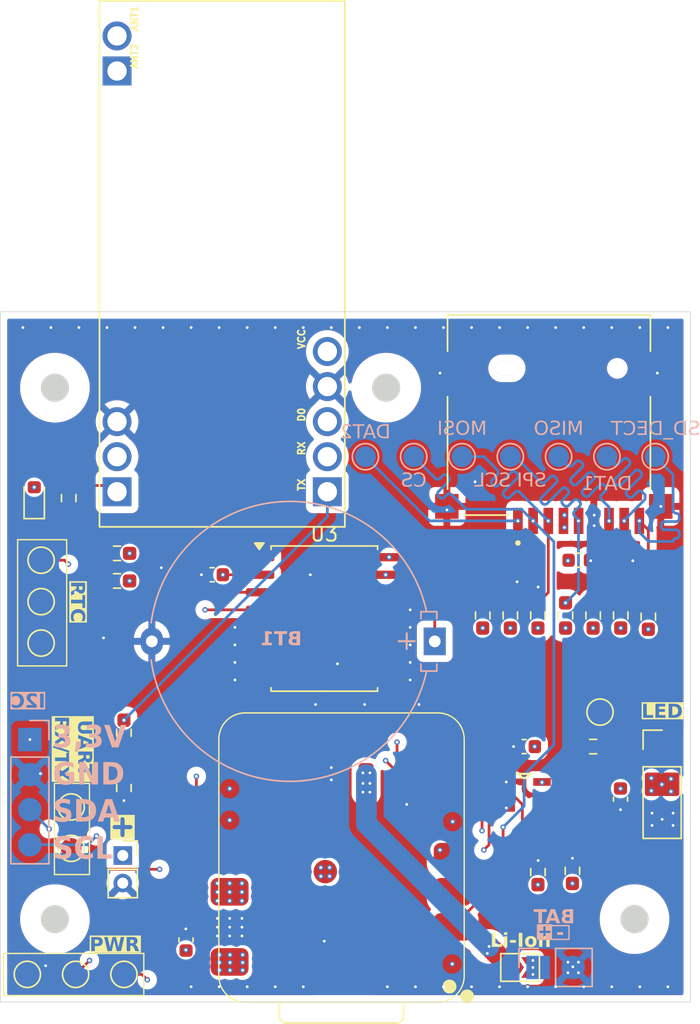
<source format=kicad_pcb>
(kicad_pcb (version 20241229) (generator "pcbnew") (generator_version "9.0")
  (layers (0 "F.Cu" signal) (4 "In1.Cu" signal) (6 "In2.Cu" signal) (8 "In3.Cu" signal) (10 "In4.Cu" signal) (2 "B.Cu" signal) (13 "F.Paste" user) (15 "B.Paste" user) (5 "F.SilkS" user "F.Silkscreen") (7 "B.SilkS" user "B.Silkscreen") (1 "F.Mask" user) (3 "B.Mask" user) (25 "Edge.Cuts" user))
  (net 0 "")
  (net 1 "GND")
  (net 2 "+5V")
  (net 3 "+3.3V")
  (net 4 "Net-(JP1-A)")
  (net 5 "Net-(U2-Y)")
  (net 6 "/LED_Din")
  (net 7 "/UART_RX")
  (net 8 "Net-(R3-Pad1)")
  (net 9 "/SD_DECT")
  (net 10 "/MISO")
  (net 11 "/SPI_SCL")
  (net 12 "/MOSI")
  (net 13 "/SPI_CS")
  (net 14 "Net-(D2-K)")
  (net 19 "/Buzzer")
  (net 21 "/LED_Driver")
  (net 23 "Net-(U1-GPIO16_D6_TX)")
  (net 24 "/I2C_SCL")
  (net 27 "/I2C_SDA")
  (net 30 "/DAT2")
  (net 31 "/DAT1")
  (net 32 "Net-(R1-Pad1)")
  (net 33 "Net-(J1-Pin_1)")
  (net 34 "/Battery_Cell")
  (net 35 "Net-(U3-32KHZ)")
  (net 36 "Net-(U3-~{INT}{slash}SQW)")
  (net 37 "Net-(U3-~{RST})")
  (footprint "Capacitor_SMD:C_0603_1608Metric" (layer "F.Cu") (at 123 97.5 180)
    (property "Reference" "C5" (hide yes))
    (property "Value" "100nF" (hide yes))
  )
  (footprint "Connector_PinHeader_2.54mm:PinHeader_1x03_P2.54mm_Vertical" (layer "F.Cu") (at 129 111.19)
    (property "Reference" "J3" (hide yes))
    (property "Value" "LED")
  )
  (footprint "Seeed Studio XIAO Series Library:XIAO-ESP32C6-SMD" (layer "F.Cu") (at 105.54 119 180)
    (property "Reference" "U1" (hide yes))
    (property "Value" "XIAO-ESP32-S3-SMD")
  )
  (footprint "TestPoint:TestPoint_Pad_D1.5mm" (layer "F.Cu") (at 83 127.5)
    (property "Reference" "TP3" (hide yes))
    (property "Value" "GND" (hide yes))
  )
  (footprint "LED_SMD:LED_0603_1608Metric" (layer "F.Cu") (at 83.5 93 90)
    (property "Reference" "D2" (hide yes))
    (property "Value" "LED" (hide yes))
  )
  (footprint "Resistor_SMD:R_0603_1608Metric_Pad0.98x0.95mm_HandSolder" (layer "F.Cu") (at 120 101.5 90)
    (property "Reference" "R14" (hide yes))
    (property "Value" "47k" (hide yes))
  )
  (footprint "Resistor_SMD:R_0603_1608Metric_Pad0.98x0.95mm_HandSolder" (layer "F.Cu") (at 122 101.5 90)
    (property "Reference" "R13" (hide yes))
    (property "Value" "47k" (hide yes))
  )
  (footprint "Resistor_SMD:R_0603_1608Metric_Pad0.98x0.95mm_HandSolder" (layer "F.Cu") (at 90 110 -90)
    (property "Reference" "R3" (hide yes))
    (property "Value" "10K" (hide yes))
  )
  (footprint "Capacitor_SMD:C_0603_1608Metric" (layer "F.Cu") (at 96.393 98.552)
    (property "Reference" "C2" (hide yes))
    (property "Value" "100 nF" (hide yes))
  )
  (footprint "TestPoint:TestPoint_Pad_D1.5mm" (layer "F.Cu") (at 84 103.5)
    (property "Reference" "TP1" (hide yes))
    (property "Value" "TestPoint" (hide yes))
  )
  (footprint "Package_SO:SOIC-16W_7.5x10.3mm_P1.27mm" (layer "F.Cu") (at 104.521 101.727)
    (property "Reference" "U3")
    (property "Value" "DS3231M" (hide yes))
  )
  (footprint "Connector_PinSocket_2.00mm:PinSocket_1x02_P2.00mm_Vertical" (layer "F.Cu") (at 89.916 118.888)
    (property "Reference" "BZ1" (hide yes))
    (property "Value" "Buzzer" (hide yes))
  )
  (footprint "Resistor_SMD:R_0603_1608Metric_Pad0.98x0.95mm_HandSolder" (layer "F.Cu") (at 116 101.5 90)
    (property "Reference" "R15" (hide yes))
    (property "Value" "47k" (hide yes))
  )
  (footprint "TestPoint:TestPoint_Pad_D1.5mm" (layer "F.Cu") (at 86.175 118.373)
    (property "Reference" "TP8" (hide yes))
    (property "Value" "UART_TX" (hide yes))
  )
  (footprint "Jumper:SolderJumper-2_P1.3mm_Open_TrianglePad1.0x1.5mm" (layer "F.Cu") (at 118.708 127)
    (property "Reference" "JP1" (hide yes))
    (property "Value" "Li-Ion")
  )
  (footprint "footprints:RDM6300" (layer "F.Cu") (at 97.12 76.03 -90)
    (property "Reference" "RDM1" (hide yes))
    (property "Value" "RDM6300")
  )
  (footprint "Resistor_SMD:R_0603_1608Metric_Pad0.98x0.95mm_HandSolder" (layer "F.Cu") (at 89.5 97 180)
    (property "Reference" "R7" (hide yes))
    (property "Value" "NC" (hide yes))
  )
  (footprint "Resistor_SMD:R_0603_1608Metric_Pad0.98x0.95mm_HandSolder" (layer "F.Cu") (at 89.5 99 180)
    (property "Reference" "R8" (hide yes))
    (property "Value" "NC" (hide yes))
  )
  (footprint "footprints:SOT95P280X145-5N" (layer "F.Cu") (at 119 114.5)
    (property "Reference" "U2" (hide yes))
    (property "Value" "SN74AHCT1G125DBVT" (hide yes))
  )
  (footprint "Capacitor_SMD:C_0603_1608Metric" (layer "F.Cu") (at 119 111)
    (property "Reference" "C3" (hide yes))
    (property "Value" "100 nF" (hide yes))
  )
  (footprint "Resistor_SMD:R_0603_1608Metric_Pad0.98x0.95mm_HandSolder" (layer "F.Cu") (at 86 93 -90)
    (property "Reference" "R1" (hide yes))
    (property "Value" "100" (hide yes))
  )
  (footprint "Resistor_SMD:R_0603_1608Metric_Pad0.98x0.95mm_HandSolder" (layer "F.Cu") (at 124 111)
    (property "Reference" "R2" (hide yes))
    (property "Value" "100" (hide yes))
  )
  (footprint "Resistor_SMD:R_0603_1608Metric_Pad0.98x0.95mm_HandSolder" (layer "F.Cu") (at 124 101.5 90)
    (property "Reference" "R12" (hide yes))
    (property "Value" "47k" (hide yes))
  )
  (footprint "TestPoint:TestPoint_Pad_D1.5mm" (layer "F.Cu") (at 84 100.5)
    (property "Reference" "TP10" (hide yes))
    (property "Value" "TestPoint" (hide yes))
  )
  (footprint "TestPoint:TestPoint_Pad_D1.5mm" (layer "F.Cu") (at 86.5 127.5)
    (property "Reference" "TP2" (hide yes))
    (property "Value" "+5V" (hide yes))
  )
  (footprint "TestPoint:TestPoint_Pad_D1.5mm" (layer "F.Cu") (at 90 127.5)
    (property "Reference" "TP4" (hide yes))
    (property "Value" "3,3V" (hide yes))
  )
  (footprint "Resistor_SMD:R_0603_1608Metric_Pad0.98x0.95mm_HandSolder" (layer "F.Cu") (at 128 101.5875 90)
    (property "Reference" "R11" (hide yes))
    (property "Value" "47k" (hide yes))
  )
  (footprint "TestPoint:TestPoint_Pad_D1.5mm" (layer "F.Cu") (at 124.5 108.5)
    (property "Reference" "TP5" (hide yes))
    (property "Value" "Din" (hide yes))
  )
  (footprint "Resistor_SMD:R_0603_1608Metric_Pad0.98x0.95mm_HandSolder" (layer "F.Cu") (at 118 101.5 90)
    (property "Reference" "R9" (hide yes))
    (property "Value" "47k" (hide yes))
  )
  (footprint "Capacitor_SMD:C_0603_1608Metric" (layer "F.Cu") (at 125.984 114.808 90)
    (property "Reference" "C4" (hide yes))
    (property "Value" "10µF" (hide yes))
  )
  (footprint "Resistor_SMD:R_0603_1608Metric_Pad0.98x0.95mm_HandSolder" (layer "F.Cu") (at 122.5 120 90)
    (property "Reference" "R6" (hide yes))
    (property "Value" "4k7" (hide yes))
  )
  (footprint "Resistor_SMD:R_0603_1608Metric_Pad0.98x0.95mm_HandSolder" (layer "F.Cu") (at 90 114 -90)
    (property "Reference" "R4" (hide yes))
    (property "Value" "20k" (hide yes))
  )
  (footprint "TestPoint:TestPoint_Pad_D1.5mm" (layer "F.Cu") (at 84 97.5 90)
    (property "Reference" "TP9" (hide yes))
    (property "Value" "TestPoint" (hide yes))
  )
  (footprint "footprints:WURTH_693071020811" (layer "F.Cu") (at 120.8 83.6 180)
    (property "Reference" "J4" (hide yes))
    (property "Value" "MicroSD" (hide yes))
    (fp_line (start 3.4 0.5) (end 2.7 0.5) (stroke (width 0.01)) (layer "Edge.Cuts"))
    (fp_line (start 2.7 -0.5) (end 3.4 -0.5) (stroke (width 0.01)) (layer "Edge.Cuts"))
    (fp_arc (start 3.9 0) (mid 3.753553 0.353553) (end 3.4 0.5) (stroke (width 0.01)) (layer "Edge.Cuts"))
    (fp_arc (start 3.4 -0.5) (mid 3.753553 -0.353553) (end 3.9 0) (stroke (width 0.01)) (layer "Edge.Cuts"))
    (fp_arc (start 2.7 0.5) (mid 2.346447 0.353553) (end 2.2 0) (stroke (width 0.01)) (layer "Edge.Cuts"))
    (fp_arc (start 2.2 0) (mid 2.346447 -0.353553) (end 2.7 -0.5) (stroke (width 0.01)) (layer "Edge.Cuts"))
  )
  (footprint "Resistor_SMD:R_0603_1608Metric_Pad0.98x0.95mm_HandSolder" (layer "F.Cu") (at 126 101.5 90)
    (property "Reference" "R10" (hide yes))
    (property "Value" "47k" (hide yes))
  )
  (footprint "TestPoint:TestPoint_Pad_D1.5mm" (layer "F.Cu") (at 86.175 115.373)
    (property "Reference" "TP7" (hide yes))
    (property "Value" "UART_RX" (hide yes))
  )
  (footprint "Resistor_SMD:R_0603_1608Metric_Pad0.98x0.95mm_HandSolder" (layer "F.Cu") (at 120 120.0875 90)
    (property "Reference" "R5" (hide yes))
    (property "Value" "4k7" (hide yes))
  )
  (footprint "Capacitor_SMD:C_0603_1608Metric" (layer "F.Cu") (at 94.5 125 -90)
    (property "Reference" "C1" (hide yes))
    (property "Value" "10µF" (hide yes))
  )
  (footprint "TestPoint:TestPoint_Pad_D1.5mm" (layer "B.Cu") (at 107.5 90)
    (property "Reference" "TP15" (hide yes))
    (property "Value" "DAT2")
  )
  (footprint "TestPoint:TestPoint_Pad_D1.5mm" (layer "B.Cu") (at 111 90 180)
    (property "Reference" "TP5" (hide yes))
    (property "Value" "CS")
  )
  (footprint "TestPoint:TestPoint_Pad_D1.5mm" (layer "B.Cu") (at 128.5 90 180)
    (property "Reference" "TP6" (hide yes))
    (property "Value" "SD_DECT")
  )
  (footprint "Battery:Battery_Panasonic_CR2032-HFN_Horizontal_CircularHoles" (layer "B.Cu") (at 112.522 103.378 180)
    (property "Reference" "BT1")
    (property "Value" "Battery_Cell" (hide yes))
  )
  (footprint "TestPoint:TestPoint_Pad_D1.5mm" (layer "B.Cu") (at 125 90 180)
    (property "Reference" "TP14" (hide yes))
    (property "Value" "DAT1")
  )
  (footprint "Connector_PinHeader_2.54mm:PinHeader_1x02_P2.54mm_Vertical" (layer "B.Cu") (at 120.01 127 -90)
    (property "Reference" "J1" (hide yes))
    (property "Value" "Conn_01x02_Pin" (hide yes))
  )
  (footprint "TestPoint:TestPoint_Pad_D1.5mm" (layer "B.Cu") (at 114.5 90 180)
    (property "Reference" "TP11" (hide yes))
    (property "Value" "MOSI")
  )
  (footprint "Connector_PinHeader_2.54mm:PinHeader_1x04_P2.54mm_Vertical" (layer "B.Cu") (at 83.185 110.49 180)
    (property "Reference" "J2" (hide yes))
    (property "Value" "I2C")
  )
  (footprint "TestPoint:TestPoint_Pad_D1.5mm" (layer "B.Cu") (at 121.5 90 180)
    (property "Reference" "TP12" (hide yes))
    (property "Value" "MISO")
  )
  (footprint "TestPoint:TestPoint_Pad_D1.5mm" (layer "B.Cu") (at 118 90 180)
    (property "Reference" "TP13" (hide yes))
    (property "Value" "SPI SCL")
  )
  (gr_rect (start 81.28 125.984) (end 91.44 129.032) (stroke (width 0.1)) (fill no) (layer "F.SilkS"))
  (gr_rect (start 84.963 113.665) (end 87.503 120.269) (stroke (width 0.1)) (fill no) (layer "F.SilkS"))
  (gr_rect (start 82.296 96.012) (end 85.852 105.156) (stroke (width 0.1)) (fill no) (layer "F.SilkS"))
  (gr_rect (start 120.0644 123.968) (end 122.2516 124.968) (stroke (width 0.1)) (fill no) (layer "B.SilkS"))
  (gr_circle (center 85 123.5) (end 86 123.5) (stroke (width 0.05)) (fill yes) (layer "Edge.Cuts"))
  (gr_circle (center 85 85) (end 86 85) (stroke (width 0.05)) (fill yes) (layer "Edge.Cuts"))
  (gr_rect (start 81.045 79.502) (end 131.045 129.502) (stroke (width 0.05)) (fill no) (layer "Edge.Cuts"))
  (gr_circle (center 127 123.5) (end 128 123.5) (stroke (width 0.05)) (fill yes) (layer "Edge.Cuts"))
  (gr_circle (center 109 85) (end 110 85) (stroke (width 0.05)) (fill yes) (layer "Edge.Cuts"))
  (gr_text "UART\nRX/TX" (at 84.836 111.125 270) (layer "F.SilkS" knockout) (effects (font (size 1 1) (thickness 0.1)) (justify bottom)))
  (gr_text "+" (at 88.773 117.602 0) (layer "F.SilkS" knockout) (effects (font (size 1.5 1.5) (thickness 0.3) (bold yes)) (justify left bottom)))
  (gr_text "RTC" (at 86 99 270) (layer "F.SilkS" knockout) (effects (font (size 1 1)) (justify left bottom)))
  (gr_text "PWR" (at 87.5 125.984 0) (layer "F.SilkS" knockout) (effects (font (size 1 1) (thickness 0.1)) (justify left bottom)))
  (gr_text "-" (at 121.896 123.968 180) (layer "B.SilkS") (effects (font (size 1 1) (thickness 0.1)) (justify left bottom)))
  (gr_text "BAT" (at 122.682 123.968 0) (layer "B.SilkS") (effects (font (size 1 1) (thickness 0.1)) (justify left bottom mirror)))
  (gr_text "+" (at 121.0578 123.8076 180) (layer "B.SilkS" knockout) (effects (font (size 1 1) (thickness 0.1)) (justify left bottom)))
  (gr_text "3,3V\nGND\nSDA\nSCL" (at 84.836 114.427 0) (layer "B.SilkS") (effects (font (size 1.6 1.5) (thickness 0.3) (bold yes)) (justify left)))
  (segment (start 109.171 101.092) (end 110.744 101.092) (width 0.2) (layer "F.Cu") (net 1))
  (segment (start 109.171 102.362) (end 110.744 102.362) (width 0.2) (layer "F.Cu") (net 1))
  (segment (start 99.871 102.362) (end 98.044 102.362) (width 0.2) (layer "F.Cu") (net 1))
  (segment (start 110.744 104.902) (end 109.171 104.902) (width 0.2) (layer "F.Cu") (net 1))
  (segment (start 98.044 106.172) (end 99.871 106.172) (width 0.2) (layer "F.Cu") (net 1))
  (segment (start 98.044 103.632) (end 99.871 103.632) (width 0.2) (layer "F.Cu") (net 1))
  (segment (start 84.328 126.873) (end 83.627 126.873) (width 0.2) (layer "F.Cu") (net 1))
  (segment (start 98.044 104.902) (end 99.871 104.902) (width 0.2) (layer "F.Cu") (net 1))
  (segment (start 110.744 103.632) (end 109.171 103.632) (width 0.2) (layer "F.Cu") (net 1))
  (segment (start 83.627 126.873) (end 83 127.5) (width 0.2) (layer "F.Cu") (net 1))
  (segment (start 110.744 106.172) (end 109.171 106.172) (width 0.2) (layer "F.Cu") (net 1))
  (via (at 90 114.9125) (size 0.4) (drill 0.2) (layers "F.Cu" "B.Cu") (net 1))
  (via (at 121.285 128.397) (size 0.4) (drill 0.2) (layers "F.Cu" "B.Cu") (net 1))
  (via (at 118.237 110.998) (size 0.4) (drill 0.2) (layers "F.Cu" "B.Cu") (net 1))
  (via (at 119.253 80.645) (size 0.4) (drill 0.2) (layers "F.Cu" "B.Cu") (net 1))
  (via (at 112.903 83.947) (size 0.4) (drill 0.2) (layers "F.Cu" "B.Cu") (net 1))
  (via (at 110.744 102.362) (size 0.4) (drill 0.2) (layers "F.Cu" "B.Cu") (net 1))
  (via (at 122.5296 126.9492) (size 0.4) (drill 0.2) (layers "F.Cu" "B.Cu") (net 1))
  (via (at 129.413 80.645) (size 0.4) (drill 0.2) (layers "F.Cu" "B.Cu") (net 1))
  (via (at 98.552 124.079) (size 0.4) (drill 0.2) (layers "F.Cu" "B.Cu") (net 1))
  (via (at 86.741 80.645) (size 0.4) (drill 0.2) (layers "F.Cu" "B.Cu") (net 1))
  (via (at 102.997 128.397) (size 0.4) (drill 0.2) (layers "F.Cu" "B.Cu") (net 1))
  (via (at 113.157 80.645) (size 0.4) (drill 0.2) (layers "F.Cu" "B.Cu") (net 1))
  (via (at 124.079 94.234) (size 0.4) (drill 0.2) (layers "F.Cu" "B.Cu") (net 1))
  (via (at 92.71 98.044) (size 0.4) (drill 0.2) (layers "F.Cu" "B.Cu") (net 1))
  (via (at 107.442 107.95) (size 0.4) (drill 0.2) (layers "F.Cu" "B.Cu") (net 1))
  (via (at 103.886 107.95) (size 0.4) (drill 0.2) (layers "F.Cu" "B.Cu") (net 1))
  (via (at 123.825 97.536) (size 0.4) (drill 0.2) (layers "F.Cu" "B.Cu") (net 1))
  (via (at 104.521 125.095) (size 0.4) (drill 0.2) (layers "F.Cu" "B.Cu") (net 1))
  (via (at 98.552 124.714) (size 0.4) (drill 0.2) (layers "F.Cu" "B.Cu") (net 1))
  (via (at 88.519 103.124) (size 0.4) (drill 0.2) (layers "F.Cu" "B.Cu") (net 1))
  (via (at 129.794 115.824) (size 0.4) (drill 0.2) (layers "F.Cu" "B.Cu") (net 1))
  (via (at 122.174 127.381) (size 0.4) (drill 0.2) (layers "F.Cu" "B.Cu") (net 1))
  (via (at 88.773 80.645) (size 0.4) (drill 0.2) (layers "F.Cu" "B.Cu") (net 1))
  (via (at 83.95 112.96) (size 0.4) (drill 0.2) (layers "F.Cu" "B.Cu") (net 1))
  (via (at 110.744 106.172) (size 0.4) (drill 0.2) (layers "F.Cu" "B.Cu") (net 1))
  (via (at 113.411 93.853) (size 0.4) (drill 0.2) (layers "F.Cu" "B.Cu") (net 1))
  (via (at 117.7046 115.443) (size 0.4) (drill 0.2) (layers "F.Cu" "B.Cu") (net 1))
  (via (at 97.663 123.444) (size 0.4) (drill 0.2) (layers "F.Cu" "B.Cu") (net 1))
  (via (at 121.285 80.645) (size 0.4) (drill 0.2) (layers "F.Cu" "B.Cu") (net 1))
  (via (at 125.984 115.57) (size 0.4) (drill 0.2) (layers "F.Cu" "B.Cu") (net 1))
  (via (at 129 116.27) (size 0.4) (drill 0.2) (layers "F.Cu" "B.Cu") (net 1))
  (via (at 86.487 99.822) (size 0.4) (drill 0.2) (layers "F.Cu" "B.Cu") (net 1))
  (via (at 125.349 80.645) (size 0.4) (drill 0.2) (layers "F.Cu" "B.Cu") (net 1))
  (via (at 98.933 128.397) (size 0.4) (drill 0.2) (layers "F.Cu" "B.Cu") (net 1))
  (via (at 98.044 104.902) (size 0.4) (drill 0.2) (layers "F.Cu" "B.Cu") (net 1))
  (via (at 128.27 116.713) (size 0.4) (drill 0.2) (layers "F.Cu" "B.Cu") (net 1))
  (via (at 122.174 126.619) (size 0.4) (drill 0.2) (layers "F.Cu" "B.Cu") (net 1))
  (via (at 129.413 128.397) (size 0.4) (drill 0.2) (layers "F.Cu" "B.Cu") (net 1))
  (via (at 94.488 124.206) (size 0.4) (drill 0.2) (layers "F.Cu" "B.Cu") (net 1))
  (via (at 90.805 80.645) (size 0.4) (drill 0.2) (layers "F.Cu" "B.Cu") (net 1))
  (via (at 98.044 106.172) (size 0.4) (drill 0.2) (layers "F.Cu" "B.Cu") (net 1))
  (via (at 84.328 126.873) (size 0.4) (drill 0.2) (layers "F.Cu" "B.Cu") (net 1))
  (via (at 126.873 97.536) (size 0.4) (drill 0.2) (layers "F.Cu" "B.Cu") (net 1))
  (via (at 127.381 80.645) (size 0.4) (drill 0.2) (layers "F.Cu" "B.Cu") (net 1))
  (via (at 84.709 80.645) (size 0.4) (drill 0.2) (layers "F.Cu" "B.Cu") (net 1))
  (via (at 113.157 128.397) (size 0.4) (drill 0.2) (layers "F.Cu" "B.Cu") (net 1))
  (via (at 110.744 101.092) (size 0.4) (drill 0.2) (layers "F.Cu" "B.Cu") (net 1))
  (via (at 110.744 104.902) (size 0.4) (drill 0.2) (layers "F.Cu" "B.Cu") (net 1))
  (via (at 109.093 80.645) (size 0.4) (drill 0.2) (layers "F.Cu" "B.Cu") (net 1))
  (via (at 120.015 99.441) (size 0.4) (drill 0.2) (layers "F.Cu" "B.Cu") (net 1))
  (via (at 117.7046 113.5602) (size 0.4) (drill 0.2) (layers "F.Cu" "B.Cu") (net 1))
  (via (at 105.029 80.645) (size 0.4) (drill 0.2) (layers "F.Cu" "B.Cu") (net 1))
  (via (at 103.505 98.552) (size 0.4) (drill 0.2) (layers "F.Cu" "B.Cu") (net 1))
  (via (at 122.936 126.619) (size 0.4) (drill 0.2) (layers "F.Cu" "B.Cu") (net 1))
  (via (at 94.869 80.645) (size 0.4) (drill 0.2) (layers "F.Cu" "B.Cu") (net 1))
  (via (at 94.869 128.397) (size 0.4) (drill 0.2) (layers "F.Cu" "B.Cu") (net 1))
  (via (at 128.905 93.599) (size 0.4) (drill 0.2) (layers "F.Cu" "B.Cu") (net 1))
  (via (at 82.677 80.645) (size 0.4) (drill 0.2) (layers "F.Cu" "B.Cu") (net 1))
  (via (at 115.443 91.821) (size 0.4) (drill 0.2) (layers "F.Cu" "B.Cu") (net 1))
  (via (at 119.253 128.397) (size 0.4) (drill 0.2) (layers "F.Cu" "B.Cu") (net 1))
  (via (at 122.936 127.381) (size 0.4) (drill 0.2) (layers "F.Cu" "B.Cu") (net 1))
  (via (at 98.933 80.645) (size 0.4) (drill 0.2) (layers "F.Cu" "B.Cu") (net 1))
  (via (at 111.379 107.95) (size 0.4) (drill 0.2) (layers "F.Cu" "B.Cu") (net 1))
  (via (at 96.901 80.645) (size 0.4) (drill 0.2) (layers "F.Cu" "B.Cu") (net 1))
  (via (at 115.189 80.645) (size 0.4) (drill 0.2) (layers "F.Cu" "B.Cu") (net 1))
  (via (at 117.221 80.645) (size 0.4) (drill 0.2) (layers "F.Cu" "B.Cu") (net 1))
  (via (at 96.774 123.444) (size 0.4) (drill 0.2) (layers "F.Cu" "B.Cu") (net 1))
  (via (at 118.491 99.06) (size 0.4) (drill 0.2) (layers "F.Cu" "B.Cu") (net 1))
  (via (at 111.125 128.397) (size 0.4) (drill 0.2) (layers "F.Cu" "B.Cu") (net 1))
  (via (at 123.317 80.645) (size 0.4) (drill 0.2) (layers "F.Cu" "B.Cu") (net 1))
  (via (at 115.189 128.397) (size 0.4) (drill 0.2) (layers "F.Cu" "B.Cu") (net 1))
  (via (at 111.125 80.645) (size 0.4) (drill 0.2) (layers "F.Cu" "B.Cu") (net 1))
  (via (at 127.381 128.397) (size 0.4) (drill 0.2) (layers "F.Cu" "B.Cu") (net 1))
  (via (at 129.794 116.713) (size 0.4) (drill 0.2) (layers "F.Cu" "B.Cu") (net 1))
  (via (at 117.221 128.397) (size 0.4) (drill 0.2) (layers "F.Cu" "B.Cu") (net 1))
  (via (at 98.552 123.444) (size 0.4) (drill 0.2) (layers "F.Cu" "B.Cu") (net 1))
  (via (at 110.49 115.189) (size 0.4) (drill 0.2) (layers "F.Cu" "B.Cu") (net 1))
  (via (at 123.317 128.397) (size 0.4) (drill 0.2) (layers "F.Cu" "B.Cu") (net 1))
  (via (at 102.997 80.645) (size 0.4) (drill 0.2) (layers "F.Cu" "B.Cu") (net 1))
  (via (at 92.837 80.645) (size 0.4) (drill 0.2) (layers "F.Cu" "B.Cu") (net 1))
  (via (at 125.349 128.397) (size 0.4) (drill 0.2) (layers "F.Cu" "B.Cu") (net 1))
  (via (at 128.651 83.947) (size 0.4) (drill 0.2) (layers "F.Cu" "B.Cu") (net 1))
  (via (at 105.029 113.411) (size 0.4) (drill 0.2) (layers "F.Cu" "B.Cu") (net 1))
  (via (at 107.061 80.645) (size 0.4) (drill 0.2) (layers "F.Cu" "B.Cu") (net 1))
  (via (at 98.044 102.362) (size 0.4) (drill 0.2) (layers "F.Cu" "B.Cu") (net 1))
  (via (at 110.744 103.632) (size 0.4) (drill 0.2) (layers "F.Cu" "B.Cu") (net 1))
  (via (at 96.774 124.079) (size 0.4) (drill 0.2) (layers "F.Cu" "B.Cu") (net 1))
  (via (at 96.901 128.397) (size 0.4) (drill 0.2) (layers "F.Cu" "B.Cu") (net 1))
  (via (at 105.029 112.522) (size 0.4) (drill 0.2) (layers "F.Cu" "B.Cu") (net 1))
  (via (at 120.015 119.253) (size 0.4) (drill 0.2) (layers "F.Cu" "B.Cu") (net 1))
  (via (at 109.093 128.397) (size 0.4) (drill 0.2) (layers "F.Cu" "B.Cu") (net 1))
  (via (at 105.475 105) (size 0.4) (drill 0.2) (layers "F.Cu" "B.Cu") (net 1))
  (via (at 128.27 115.824) (size 0.4) (drill 0.2) (layers "F.Cu" "B.Cu") (net 1))
  (via (at 124.079 94.996) (size 0.4) (drill 0.2) (layers "F.Cu" "B.Cu") (net 1))
  (via (at 100.965 80.645) (size 0.4) (drill 0.2) (layers "F.Cu" "B.Cu") (net 1))
  (via (at 95.618 98.552) (size 0.4) (drill 0.2) (layers "F.Cu" "B.Cu") (net 1))
  (via (at 100.965 128.397) (size 0.4) (drill 0.2) (layers "F.Cu" "B.Cu") (net 1))
  (via (at 97.663 124.714) (size 0.4) (drill 0.2) (layers "F.Cu" "B.Cu") (net 1))
  (via (at 98.044 103.632) (size 0.4) (drill 0.2) (layers "F.Cu" "B.Cu") (net 1))
  (via (at 97.663 124.079) (size 0.4) (drill 0.2) (layers "F.Cu" "B.Cu") (net 1))
  (via (at 122.5 119.0875) (size 0.4) (drill 0.2) (layers "F.Cu" "B.Cu") (net 1))
  (via (at 96.774 124.714) (size 0.4) (drill 0.2) (layers "F.Cu" "B.Cu") (net 1))
  (segment (start 87.5055 126.4945) (end 86.5 127.5) (width 0.2) (layer "F.Cu") (net 2))
  (via (at 128.2192 114.1984) (size 0.4) (drill 0.2) (layers "F.Cu" "B.Cu") (net 2))
  (via (at 98.6028 127.2032) (size 0.4) (drill 0.2) (layers "F.Cu" "B.Cu") (net 2))
  (via (at 128.2192 113.284) (size 0.4) (drill 0.2) (layers "F.Cu" "B.Cu") (net 2))
  (via (at 97.6884 127.2032) (size 0.4) (drill 0.2) (layers "F.Cu" "B.Cu") (net 2))
  (via (at 129.6416 113.3348) (size 0.4) (drill 0.2) (layers "F.Cu" "B.Cu") (net 2))
  (via (at 120.2944 113.5888) (size 0.4) (drill 0.2) (layers "F.Cu" "B.Cu") (net 2))
  (via (at 96.9264 126.6444) (size 0.4) (drill 0.2) (layers "F.Cu" "B.Cu") (net 2))
  (via (at 94.488 125.73) (size 0.4) (drill 0.2) (layers "F.Cu" "B.Cu") (net 2))
  (via (at 98.6028 126.0856) (size 0.4) (drill 0.2) (layers "F.Cu" "B.Cu") (net 2))
  (via (at 87.5055 126.4945) (size 0.4) (drill 0.2) (layers "F.Cu" "B.Cu") (net 2))
  (via (at 129.6416 114.2492) (size 0.4) (drill 0.2) (layers "F.Cu" "B.Cu") (net 2))
  (via (at 98.6028 126.6444) (size 0.4) (drill 0.2) (layers "F.Cu" "B.Cu") (net 2))
  (via (at 119.761 110.998) (size 0.4) (drill 0.2) (layers "F.Cu" "B.Cu") (net 2))
  (via (at 97.6884 126.0856) (size 0.4) (drill 0.2) (layers "F.Cu" "B.Cu") (net 2))
  (via (at 97.6884 126.6444) (size 0.4) (drill 0.2) (layers "F.Cu" "B.Cu") (net 2))
  (via (at 125.984 114.046) (size 0.4) (drill 0.2) (layers "F.Cu" "B.Cu") (net 2))
  (via (at 128.9812 113.7412) (size 0.4) (drill 0.2) (layers "F.Cu" "B.Cu") (net 2))
  (via (at 96.9264 127.2032) (size 0.4) (drill 0.2) (layers "F.Cu" "B.Cu") (net 2))
  (via (at 96.9264 126.0856) (size 0.4) (drill 0.2) (layers "F.Cu" "B.Cu") (net 2))
  (segment (start 91.305 127.5) (end 91.694 127.889) (width 0.2) (layer "F.Cu") (net 3))
  (segment (start 90 127.5) (end 91.305 127.5) (width 0.2) (layer "F.Cu") (net 3))
  (segment (start 97.676 98.552) (end 99.871 98.552) (width 0.2) (layer "F.Cu") (net 3))
  (via (at 104.267 120.396) (size 0.4) (drill 0.2) (layers "F.Cu" "B.Cu") (net 3))
  (via (at 83.5 92.2125) (size 0.4) (drill 0.2) (layers "F.Cu" "B.Cu") (net 3))
  (via (at 126 102.4125) (size 0.4) (drill 0.2) (layers "F.Cu" "B.Cu") (net 3))
  (via (at 97.168 98.552) (size 0.4) (drill 0.2) (layers "F.Cu" "B.Cu") (net 3))
  (via (at 120 121) (size 0.4) (drill 0.2) (layers "F.Cu" "B.Cu") (net 3))
  (via (at 90.4125 99) (size 0.4) (drill 0.2) (layers "F.Cu" "B.Cu") (net 3))
  (via (at 121.92 95.123) (size 0.4) (drill 0.2) (layers "F.Cu" "B.Cu") (net 3))
  (via (at 118 102.4125) (size 0.4) (drill 0.2) (layers "F.Cu" "B.Cu") (net 3))
  (via (at 104.902 120.396) (size 0.4) (drill 0.2) (layers "F.Cu" "B.Cu") (net 3))
  (via (at 122 102.4125) (size 0.4) (drill 0.2) (layers "F.Cu" "B.Cu") (net 3))
  (via (at 97.663 120.904) (size 0.4) (drill 0.2) (layers "F.Cu" "B.Cu") (net 3))
  (via (at 121.92 94.234) (size 0.4) (drill 0.2) (layers "F.Cu" "B.Cu") (net 3))
  (via (at 104.902 119.761) (size 0.4) (drill 0.2) (layers "F.Cu" "B.Cu") (net 3))
  (via (at 98.552 121.539) (size 0.4) (drill 0.2) (layers "F.Cu" "B.Cu") (net 3))
  (via (at 104.267 119.761) (size 0.4) (drill 0.2) (layers "F.Cu" "B.Cu") (net 3))
  (via (at 122.174 97.536) (size 0.4) (drill 0.2) (layers "F.Cu" "B.Cu") (net 3))
  (via (at 128 102.5) (size 0.4) (drill 0.2) (layers "F.Cu" "B.Cu") (net 3))
  (via (at 97.663 122.174) (size 0.4) (drill 0.2) (layers "F.Cu" "B.Cu") (net 3))
  (via (at 97.663 121.539) (size 0.4) (drill 0.2) (layers "F.Cu" "B.Cu") (net 3))
  (via (at 98.552 122.174) (size 0.4) (drill 0.2) (layers "F.Cu" "B.Cu") (net 3))
  (via (at 116 102.4125) (size 0.4) (drill 0.2) (layers "F.Cu" "B.Cu") (net 3))
  (via (at 83.185 110.49) (size 0.4) (drill 0.2) (layers "F.Cu" "B.Cu") (net 3))
  (via (at 90.4125 97) (size 0.4) (drill 0.2) (layers "F.Cu" "B.Cu") (net 3))
  (via (at 124 102.4125) (size 0.4) (drill 0.2) (layers "F.Cu" "B.Cu") (net 3))
  (via (at 120 102.4125) (size 0.4) (drill 0.2) (layers "F.Cu" "B.Cu") (net 3))
  (via (at 98.552 120.904) (size 0.4) (drill 0.2) (layers "F.Cu" "B.Cu") (net 3))
  (via (at 96.774 122.174) (size 0.4) (drill 0.2) (layers "F.Cu" "B.Cu") (net 3))
  (via (at 122.5 120.9125) (size 0.4) (drill 0.2) (layers "F.Cu" "B.Cu") (net 3))
  (via (at 96.774 121.539) (size 0.4) (drill 0.2) (layers "F.Cu" "B.Cu") (net 3))
  (via (at 91.694 127.889) (size 0.4) (drill 0.2) (layers "F.Cu" "B.Cu") (net 3))
  (via (at 96.774 120.904) (size 0.4) (drill 0.2) (layers "F.Cu" "B.Cu") (net 3))
  (segment (start 117.983 127) (end 116.459 125.476) (width 1.5) (layer "F.Cu") (net 4))
  (via (at 107.823 114.3) (size 0.4) (drill 0.2) (layers "F.Cu" "B.Cu") (net 4))
  (via (at 116.332 125.984) (size 0.4) (drill 0.2) (layers "F.Cu" "B.Cu") (net 4))
  (via (at 107.315 114.3) (size 0.4) (drill 0.2) (layers "F.Cu" "B.Cu") (net 4))
  (via (at 107.315 113.665) (size 0.4) (drill 0.2) (layers "F.Cu" "B.Cu") (net 4))
  (via (at 107.823 112.903) (size 0.4) (drill 0.2) (layers "F.Cu" "B.Cu") (net 4))
  (via (at 116.967 125.349) (size 0.4) (drill 0.2) (layers "F.Cu" "B.Cu") (net 4))
  (via (at 107.315 112.903) (size 0.4) (drill 0.2) (layers "F.Cu" "B.Cu") (net 4))
  (via (at 116.459 125.476) (size 0.4) (drill 0.2) (layers "F.Cu" "B.Cu") (net 4))
  (via (at 107.823 113.665) (size 0.4) (drill 0.2) (layers "F.Cu" "B.Cu") (net 4))
  (segment (start 116.459 125.476) (end 107.569 116.586) (width 1.5) (layer "B.Cu") (net 4))
  (segment (start 107.569 116.586) (end 107.569 113.03) (width 1.5) (layer "B.Cu") (net 4))
  (segment (start 123.0875 111) (end 123.0875 112.6477) (width 0.2) (layer "F.Cu") (net 5))
  (segment (start 123.0875 112.6477) (end 120.2954 115.4398) (width 0.2) (layer "F.Cu") (net 5))
  (segment (start 124.9125 111) (end 124.9125 108.9125) (width 0.2) (layer "F.Cu") (net 6))
  (segment (start 124.9125 108.9125) (end 124.5 108.5) (width 0.2) (layer "F.Cu") (net 6))
  (segment (start 124.9125 111) (end 128.81 111) (width 0.2) (layer "F.Cu") (net 6))
  (segment (start 128.81 111) (end 129 111.19) (width 0.2) (layer "F.Cu") (net 6))
  (segment (start 88.4605 113.0875) (end 90 113.0875) (width 0.2) (layer "F.Cu") (net 7))
  (segment (start 90 113.0875) (end 90 110.9125) (width 0.2) (layer "F.Cu") (net 7))
  (segment (start 90 110.9125) (end 97.2106 110.9125) (width 0.2) (layer "F.Cu") (net 7))
  (segment (start 86.175 115.373) (end 88.4605 113.0875) (width 0.2) (layer "F.Cu") (net 7))
  (segment (start 97.2106 110.9125) (end 97.6566 111.3585) (width 0.2) (layer "F.Cu") (net 7))
  (via (at 90 109.0875) (size 0.4) (drill 0.2) (layers "F.Cu" "B.Cu") (net 8))
  (segment (start 90 109.0875) (end 104.74 94.3475) (width 0.2) (layer "B.Cu") (net 8))
  (segment (start 104.74 94.3475) (end 104.74 92.54) (width 0.2) (layer "B.Cu") (net 8))
  (segment (start 128 95.3) (end 127.35 94.65) (width 0.2) (layer "F.Cu") (net 9))
  (segment (start 128 100.675) (end 128 95.3) (width 0.2) (layer "F.Cu") (net 9))
  (via (at 127.35 94.65) (size 0.4) (drill 0.2) (layers "F.Cu" "B.Cu") (net 9))
  (via (at 113.792 126.746) (size 0.4) (drill 0.2) (layers "F.Cu" "B.Cu") (net 9))
  (segment (start 129.173796 95.299) (end 130.019414 95.299) (width 0.2) (layer "B.Cu") (net 9))
  (segment (start 128.016 96.139) (end 129.794 96.139) (width 0.2) (layer "B.Cu") (net 9))
  (segment (start 129.794 91.294) (end 129.794 93.873598) (width 0.2) (layer "B.Cu") (net 9))
  (segment (start 129.173796 94.699) (end 130.019402 94.699) (width 0.2) (layer "B.Cu") (net 9))
  (segment (start 127.35 95.473) (end 128.016 96.139) (width 0.2) (layer "B.Cu") (net 9))
  (segment (start 130.244804 94.473598) (end 130.244804 94.324402) (width 0.2) (layer "B.Cu") (net 9))
  (segment (start 130.244828 95.688172) (end 130.244828 95.524414) (width 0.2) (layer "B.Cu") (net 9))
  (segment (start 128.5 90) (end 129.794 91.294) (width 0.2) (layer "B.Cu") (net 9))
  (segment (start 127.35 94.65) (end 127.35 95.473) (width 0.2) (layer "B.Cu") (net 9))
  (segment (start 128.933796 95.059) (end 128.933796 94.939) (width 0.2) (layer "B.Cu") (net 9))
  (arc (start 130.244828 95.524414) (mid 130.178806 95.365022) (end 130.019414 95.299) (width 0.2) (layer "B.Cu") (net 9))
  (arc (start 130.019414 95.913586) (mid 130.178806 95.847564) (end 130.244828 95.688172) (width 0.2) (layer "B.Cu") (net 9))
  (arc (start 128.933796 94.939) (mid 129.00409 94.769294) (end 129.173796 94.699) (width 0.2) (layer "B.Cu") (net 9))
  (arc (start 129.794 96.139) (mid 129.860022 95.979608) (end 130.019414 95.913586) (width 0.2) (layer "B.Cu") (net 9))
  (arc (start 130.244804 94.324402) (mid 130.178785 94.165019) (end 130.019402 94.099) (width 0.2) (layer "B.Cu") (net 9))
  (arc (start 129.173796 95.299) (mid 129.00409 95.228706) (end 128.933796 95.059) (width 0.2) (layer "B.Cu") (net 9))
  (arc (start 130.019402 94.699) (mid 130.178785 94.632981) (end 130.244804 94.473598) (width 0.2) (layer "B.Cu") (net 9))
  (arc (start 130.019402 94.099) (mid 129.860019 94.032981) (end 129.794 93.873598) (width 0.2) (layer "B.Cu") (net 9))
  (segment (start 125.15 99.4375) (end 124 100.5875) (width 0.2) (layer "F.Cu") (net 10))
  (segment (start 125.15 94.65) (end 125.15 99.4375) (width 0.2) (layer "F.Cu") (net 10))
  (via (at 97.663 116.332) (size 0.4) (drill 0.2) (layers "F.Cu" "B.Cu") (net 10))
  (via (at 125.15 94.65) (size 0.4) (drill 0.2) (layers "F.Cu" "B.Cu") (net 10))
  (segment (start 123.161795 91.661795) (end 122.848562 91.975025) (width 0.2) (layer "B.Cu") (net 10))
  (segment (start 124.889215 92.140559) (end 124.80436 92.055704) (width 0.2) (layer "B.Cu") (net 10))
  (segment (start 125.15 94.65) (end 125.15 93.65) (width 0.2) (layer "B.Cu") (net 10))
  (segment (start 124.010327 92.510327) (end 123.697107 92.823544) (width 0.2) (layer "B.Cu") (net 10))
  (segment (start 124.010325 92.510326) (end 124.464948 92.055704) (width 0.2) (layer "B.Cu") (net 10))
  (segment (start 123.616398 91.20719) (end 123.161793 91.661794) (width 0.2) (layer "B.Cu") (net 10))
  (segment (start 125.15 93.65) (end 124.604299 93.104299) (width 0.2) (layer "B.Cu") (net 10))
  (segment (start 122.737529 91.237529) (end 123.192155 90.782902) (width 0.2) (layer "B.Cu") (net 10))
  (segment (start 122.76789 90.358637) (end 122.482969 90.643557) (width 0.2) (layer "B.Cu") (net 10))
  (segment (start 122.509152 91.975026) (end 122.424297 91.890171) (width 0.2) (layer "B.Cu") (net 10))
  (segment (start 123.161793 91.661794) (end 123.161795 91.661795) (width 0.2) (layer "B.Cu") (net 10))
  (segment (start 124.604299 92.764887) (end 124.889215 92.47997) (width 0.2) (layer "B.Cu") (net 10))
  (segment (start 124.010325 92.510326) (end 124.010327 92.510327) (width 0.2) (layer "B.Cu") (net 10))
  (segment (start 123.192155 90.443491) (end 123.107301 90.358637) (width 0.2) (layer "B.Cu") (net 10))
  (segment (start 123.586061 92.086061) (end 124.040665 91.631456) (width 0.2) (layer "B.Cu") (net 10))
  (segment (start 123.586059 92.086058) (end 123.586061 92.086061) (width 0.2) (layer "B.Cu") (net 10))
  (segment (start 122.737527 91.237526) (end 122.737529 91.237529) (width 0.2) (layer "B.Cu") (net 10))
  (segment (start 121.7797 90.2797) (end 121.5 90) (width 0.2) (layer "B.Cu") (net 10))
  (segment (start 122.058705 90.558705) (end 121.7797 90.2797) (width 0.2) (layer "B.Cu") (net 10))
  (segment (start 122.424297 91.550759) (end 122.737527 91.237526) (width 0.2) (layer "B.Cu") (net 10))
  (segment (start 122.143557 90.643557) (end 122.058705 90.558705) (width 0.2) (layer "B.Cu") (net 10))
  (segment (start 124.040665 91.292045) (end 123.95581 91.20719) (width 0.2) (layer "B.Cu") (net 10))
  (segment (start 123.272842 92.399278) (end 123.586059 92.086058) (width 0.2) (layer "B.Cu") (net 10))
  (segment (start 123.357697 92.823545) (end 123.272842 92.73869) (width 0.2) (layer "B.Cu") (net 10))
  (arc (start 123.107301 90.358637) (mid 122.937596 90.288342) (end 122.76789 90.358637) (width 0.2) (layer "B.Cu") (net 10))
  (arc (start 124.80436 92.055704) (mid 124.634654 91.985409) (end 124.464948 92.055704) (width 0.2) (layer "B.Cu") (net 10))
  (arc (start 124.889215 92.47997) (mid 124.95951 92.310264) (end 124.889215 92.140559) (width 0.2) (layer "B.Cu") (net 10))
  (arc (start 123.272842 92.73869) (mid 123.202546 92.568983) (end 123.272842 92.399278) (width 0.2) (layer "B.Cu") (net 10))
  (arc (start 122.848562 91.975025) (mid 122.678857 92.045321) (end 122.509152 91.975026) (width 0.2) (layer "B.Cu") (net 10))
  (arc (start 124.604299 93.104299) (mid 124.534004 92.934593) (end 124.604299 92.764887) (width 0.2) (layer "B.Cu") (net 10))
  (arc (start 124.040665 91.631456) (mid 124.11096 91.46175) (end 124.040665 91.292045) (width 0.2) (layer "B.Cu") (net 10))
  (arc (start 122.424297 91.890171) (mid 122.354001 91.720464) (end 122.424297 91.550759) (width 0.2) (layer "B.Cu") (net 10))
  (arc (start 123.697107 92.823544) (mid 123.527402 92.89384) (end 123.357697 92.823545) (width 0.2) (layer "B.Cu") (net 10))
  (arc (start 123.95581 91.20719) (mid 123.786104 91.136895) (end 123.616398 91.20719) (width 0.2) (layer "B.Cu") (net 10))
  (arc (start 122.482969 90.643557) (mid 122.313263 90.713852) (end 122.143557 90.643557) (width 0.2) (layer "B.Cu") (net 10))
  (arc (start 123.192155 90.782902) (mid 123.26245 90.613196) (end 123.192155 90.443491) (width 0.2) (layer "B.Cu") (net 10))
  (via (at 122.936 94.65) (size 0.4) (drill 0.2) (layers "F.Cu" "B.Cu") (net 11))
  (via (at 97.663 114.046) (size 0.4) (drill 0.2) (layers "F.Cu" "B.Cu") (net 11))
  (via (at 122 100.5875) (size 0.4) (drill 0.2) (layers "F.Cu" "B.Cu") (net 11))
  (segment (start 121.379973 92.681396) (end 121.747669 92.3137) (width 0.2) (layer "B.Cu") (net 11))
  (segment (start 122.935609 93.16223) (end 123.020461 93.247082) (width 0.2) (layer "B.Cu") (net 11))
  (segment (start 122.936 94.576834) (end 122.936 94.65) (width 0.2) (layer "B.Cu") (net 11))
  (segment (start 120.672868 93.388504) (end 121.210269 92.851102) (width 0.2) (layer "B.Cu") (net 11))
  (segment (start 121.210269 92.851102) (end 121.210269 92.851103) (width 0.2) (layer "B.Cu") (net 11))
  (segment (start 122.936 99.6515) (end 122 100.5875) (width 0.2) (layer "B.Cu") (net 11))
  (segment (start 121.804237 93.445071) (end 121.889091 93.529925) (width 0.2) (layer "B.Cu") (net 11))
  (segment (start 122.936 94.65) (end 122.936 99.6515) (width 0.2) (layer "B.Cu") (net 11))
  (segment (start 122.171933 92.737965) (end 121.804238 93.105661) (width 0.2) (layer "B.Cu") (net 11))
  (segment (start 122.829164 94.469998) (end 122.936 94.576834) (width 0.2) (layer "B.Cu") (net 11))
  (segment (start 122.652765 94.2936) (end 122.737619 94.378453) (width 0.2) (layer "B.Cu") (net 11))
  (segment (start 122.087081 92.313701) (end 122.171933 92.398553) (width 0.2) (layer "B.Cu") (net 11))
  (segment (start 121.210269 92.851103) (end 121.379973 92.681396) (width 0.2) (layer "B.Cu") (net 11))
  (segment (start 123.020461 93.586494) (end 122.652764 93.954188) (width 0.2) (layer "B.Cu") (net 11))
  (segment (start 120.786006 92.42684) (end 120.248604 92.964241) (width 0.2) (layer "B.Cu") (net 11))
  (segment (start 120.248604 93.303652) (end 120.333456 93.388504) (width 0.2) (layer "B.Cu") (net 11))
  (segment (start 120.53145 91.832873) (end 120.899144 91.465176) (width 0.2) (layer "B.Cu") (net 11))
  (segment (start 122.737619 94.378453) (end 122.829164 94.469998) (width 0.2) (layer "B.Cu") (net 11))
  (segment (start 120.786005 92.426841) (end 120.786006 92.42684) (width 0.2) (layer "B.Cu") (net 11))
  (segment (start 121.238556 91.465177) (end 121.323408 91.550029) (width 0.2) (layer "B.Cu") (net 11))
  (segment (start 122.228503 93.529926) (end 122.596197 93.162229) (width 0.2) (layer "B.Cu") (net 11))
  (segment (start 118 90) (end 118.359166 90) (width 0.2) (layer "B.Cu") (net 11))
  (segment (start 120.786005 92.426841) (end 121.323408 91.889441) (width 0.2) (layer "B.Cu") (net 11))
  (segment (start 118.359166 90) (end 120.192038 91.832872) (width 0.2) (layer "B.Cu") (net 11))
  (arc (start 121.747669 92.3137) (mid 121.917375 92.243407) (end 122.087081 92.313701) (width 0.2) (layer "B.Cu") (net 11))
  (arc (start 120.248604 92.964241) (mid 120.17831 93.133946) (end 120.248604 93.303652) (width 0.2) (layer "B.Cu") (net 11))
  (arc (start 121.323408 91.550029) (mid 121.393702 91.719734) (end 121.323408 91.889441) (width 0.2) (layer "B.Cu") (net 11))
  (arc (start 120.333456 93.388504) (mid 120.503162 93.458799) (end 120.672868 93.388504) (width 0.2) (layer "B.Cu") (net 11))
  (arc (start 121.889091 93.529925) (mid 122.058797 93.600219) (end 122.228503 93.529926) (width 0.2) (layer "B.Cu") (net 11))
  (arc (start 123.020461 93.247082) (mid 123.090755 93.416787) (end 123.020461 93.586494) (width 0.2) (layer "B.Cu") (net 11))
  (arc (start 121.804238 93.105661) (mid 121.733943 93.275365) (end 121.804237 93.445071) (width 0.2) (layer "B.Cu") (net 11))
  (arc (start 122.596197 93.162229) (mid 122.765903 93.091936) (end 122.935609 93.16223) (width 0.2) (layer "B.Cu") (net 11))
  (arc (start 120.899144 91.465176) (mid 121.06885 91.394883) (end 121.238556 91.465177) (width 0.2) (layer "B.Cu") (net 11))
  (arc (start 122.171933 92.398553) (mid 122.242229 92.56826) (end 122.171933 92.737965) (width 0.2) (layer "B.Cu") (net 11))
  (arc (start 120.192038 91.832872) (mid 120.361744 91.903166) (end 120.53145 91.832873) (width 0.2) (layer "B.Cu") (net 11))
  (arc (start 122.652764 93.954188) (mid 122.582471 94.123894) (end 122.652765 94.2936) (width 0.2) (layer "B.Cu") (net 11))
  (segment (start 97.1345 118.9785) (end 95.25 117.094) (width 0.2) (layer "F.Cu") (net 12))
  (segment (start 97.6566 118.9785) (end 97.1345 118.9785) (width 0.2) (layer "F.Cu") (net 12))
  (segment (start 95.25 117.094) (end 95.25 113.157) (width 0.2) (layer "F.Cu") (net 12))
  (segment (start 120.75 99.8375) (end 120 100.5875) (width 0.2) (layer "F.Cu") (net 12))
  (segment (start 120.75 94.65) (end 120.75 99.8375) (width 0.2) (layer "F.Cu") (net 12))
  (via (at 95.25 113.157) (size 0.4) (drill 0.2) (layers "F.Cu" "B.Cu") (net 12))
  (via (at 120.75 94.65) (size 0.4) (drill 0.2) (layers "F.Cu" "B.Cu") (net 12))
  (segment (start 117.635787 92.927074) (end 117.55093 92.842217) (width 0.2) (layer "B.Cu") (net 12))
  (segment (start 116.787239 92.078559) (end 116.702385 91.993705) (width 0.2) (layer "B.Cu") (net 12))
  (segment (start 116.1 90) (end 117.058633 90.958633) (width 0.2) (layer "B.Cu") (net 12))
  (segment (start 117.482898 91.722309) (end 117.126649 92.078558) (width 0.2) (layer "B.Cu") (net 12))
  (segment (start 120.75 94.65) (end 118.670844 92.570844) (width 0.2) (layer "B.Cu") (net 12))
  (segment (start 118.076867 91.976868) (end 118.076871 91.976871) (width 0.2) (layer "B.Cu") (net 12))
  (segment (start 117.550931 92.502807) (end 118.076867 91.976868) (width 0.2) (layer "B.Cu") (net 12))
  (segment (start 118.072512 91.132695) (end 117.652603 91.552603) (width 0.2) (layer "B.Cu") (net 12))
  (segment (start 118.331432 92.570844) (end 117.975199 92.927074) (width 0.2) (layer "B.Cu") (net 12))
  (segment (start 117.652605 91.552605) (end 117.482898 91.722309) (width 0.2) (layer "B.Cu") (net 12))
  (segment (start 117.652603 91.552603) (end 117.652605 91.552605) (width 0.2) (layer "B.Cu") (net 12))
  (segment (start 114.5 90) (end 116.1 90) (width 0.2) (layer "B.Cu") (net 12))
  (segment (start 116.702384 91.654293) (end 117.058633 91.298045) (width 0.2) (layer "B.Cu") (net 12))
  (segment (start 118.076871 91.976871) (end 118.496779 91.556962) (width 0.2) (layer "B.Cu") (net 12))
  (segment (start 118.496779 91.21755) (end 118.411924 91.132695) (width 0.2) (layer "B.Cu") (net 12))
  (arc (start 117.975199 92.927074) (mid 117.805494 92.99737) (end 117.635787 92.927074) (width 0.2) (layer "B.Cu") (net 12))
  (arc (start 118.411924 91.132695) (mid 118.242218 91.0624) (end 118.072512 91.132695) (width 0.2) (layer "B.Cu") (net 12))
  (arc (start 118.670844 92.570844) (mid 118.501137 92.500548) (end 118.331432 92.570844) (width 0.2) (layer "B.Cu") (net 12))
  (arc (start 117.058633 91.298045) (mid 117.128927 91.128338) (end 117.058633 90.958633) (width 0.2) (layer "B.Cu") (net 12))
  (arc (start 118.496779 91.556962) (mid 118.567074 91.387256) (end 118.496779 91.21755) (width 0.2) (layer "B.Cu") (net 12))
  (arc (start 116.702385 91.993705) (mid 116.63209 91.824) (end 116.702384 91.654293) (width 0.2) (layer "B.Cu") (net 12))
  (arc (start 117.126649 92.078558) (mid 116.956944 92.148854) (end 116.787239 92.078559) (width 0.2) (layer "B.Cu") (net 12))
  (arc (start 117.55093 92.842217) (mid 117.480635 92.672512) (end 117.550931 92.502807) (width 0.2) (layer "B.Cu") (net 12))
  (segment (start 119.65 98.9375) (end 118 100.5875) (width 0.2) (layer "F.Cu") (net 13))
  (segment (start 115.3365 121.5185) (end 117.475 119.38) (width 0.2) (layer "F.Cu") (net 13))
  (segment (start 119.65 94.65) (end 119.65 98.9375) (width 0.2) (layer "F.Cu") (net 13))
  (segment (start 117.475 119.38) (end 117.475 116.84) (width 0.2) (layer "F.Cu") (net 13))
  (segment (start 113.8216 121.5185) (end 115.3365 121.5185) (width 0.2) (layer "F.Cu") (net 13))
  (via (at 117.475 116.84) (size 0.4) (drill 0.2) (layers "F.Cu" "B.Cu") (net 13))
  (via (at 119.65 94.65) (size 0.4) (drill 0.2) (layers "F.Cu" "B.Cu") (net 13))
  (segment (start 113.43362 91.374032) (end 113.518472 91.458884) (width 0.2) (layer "B.Cu") (net 13))
  (segment (start 112.798311 92.857865) (end 112.883163 92.942717) (width 0.2) (layer "B.Cu") (net 13))
  (segment (start 113.158384 92.158385) (end 113.158383 92.158383) (width 0.2) (layer "B.Cu") (net 13))
  (segment (start 112.798311 92.518454) (end 113.158383 92.158383) (width 0.2) (layer "B.Cu") (net 13))
  (segment (start 117.475 116.84) (end 118.999 115.316) (width 0.2) (layer "B.Cu") (net 13))
  (segment (start 121.158 96.158) (end 119.65 94.65) (width 0.2) (layer "B.Cu") (net 13))
  (segment (start 118.999 115.316) (end 118.999 113.03) (width 0.2) (layer "B.Cu") (net 13))
  (segment (start 118.808 93.808) (end 119.65 94.65) (width 0.2) (layer "B.Cu") (net 13))
  (segment (start 113.222575 92.942717) (end 113.41294 92.752351) (width 0.2) (layer "B.Cu") (net 13))
  (segment (start 118.999 113.03) (end 121.158 110.871) (width 0.2) (layer "B.Cu") (net 13))
  (segment (start 112.903827 91.564416) (end 113.094208 91.374032) (width 0.2) (layer "B.Cu") (net 13))
  (segment (start 113.158384 92.158385) (end 113.518472 91.798296) (width 0.2) (layer "B.Cu") (net 13))
  (segment (start 111 90) (end 112.564415 91.564415) (width 0.2) (layer "B.Cu") (net 13))
  (segment (start 114.808 93.808) (end 118.808 93.808) (width 0.2) (layer "B.Cu") (net 13))
  (segment (start 113.752352 92.752351) (end 114.808 93.808) (width 0.2) (layer "B.Cu") (net 13))
  (segment (start 121.158 110.871) (end 121.158 96.158) (width 0.2) (layer "B.Cu") (net 13))
  (arc (start 113.094208 91.374032) (mid 113.263915 91.303738) (end 113.43362 91.374032) (width 0.2) (layer "B.Cu") (net 13))
  (arc (start 113.41294 92.752351) (mid 113.582646 92.682056) (end 113.752352 92.752351) (width 0.2) (layer "B.Cu") (net 13))
  (arc (start 112.883163 92.942717) (mid 113.052869 93.013012) (end 113.222575 92.942717) (width 0.2) (layer "B.Cu") (net 13))
  (arc (start 113.518472 91.458884) (mid 113.588768 91.628591) (end 113.518472 91.798296) (width 0.2) (layer "B.Cu") (net 13))
  (arc (start 112.798311 92.518454) (mid 112.728017 92.688159) (end 112.798311 92.857865) (width 0.2) (layer "B.Cu") (net 13))
  (arc (start 112.564415 91.564415) (mid 112.734121 91.634709) (end 112.903827 91.564416) (width 0.2) (layer "B.Cu") (net 13))
  (segment (start 83.625 93.9125) (end 83.5 93.7875) (width 0.2) (layer "F.Cu") (net 14))
  (segment (start 86 93.9125) (end 83.625 93.9125) (width 0.2) (layer "F.Cu") (net 14))
  (via (at 112.903 118.491) (size 0.4) (drill 0.2) (layers "F.Cu" "B.Cu") (net 19))
  (segment (start 113.8216 124.0585) (end 118.872 119.0081) (width 0.2) (layer "F.Cu") (net 21))
  (segment (start 118.872 115.189) (end 118.183 114.5) (width 0.2) (layer "F.Cu") (net 21))
  (segment (start 118.183 114.5) (end 117.7046 114.5) (width 0.2) (layer "F.Cu") (net 21))
  (segment (start 118.872 119.0081) (end 118.872 115.189) (width 0.2) (layer "F.Cu") (net 21))
  (segment (start 116.459 118.11) (end 116.459 113.9959) (width 0.2) (layer "F.Cu") (net 23))
  (segment (start 116.459 113.9959) (end 113.8216 111.3585) (width 0.2) (layer "F.Cu") (net 23))
  (segment (start 116.078 118.491) (end 116.459 118.11) (width 0.2) (layer "F.Cu") (net 23))
  (segment (start 87.69 119.888) (end 92.583 119.888) (width 0.2) (layer "F.Cu") (net 23))
  (segment (start 86.302 118.5) (end 87.69 119.888) (width 0.2) (layer "F.Cu") (net 23))
  (via (at 92.583 119.888) (size 0.4) (drill 0.2) (layers "F.Cu" "B.Cu") (net 23))
  (via (at 116.078 118.491) (size 0.4) (drill 0.2) (layers "F.Cu" "B.Cu") (net 23))
  (segment (start 109.7915 111.9505) (end 112.014 114.173) (width 0.2) (layer "F.Cu") (net 24))
  (segment (start 113.5471 114.173) (end 113.8216 113.8985) (width 0.2) (layer "F.Cu") (net 24))
  (segment (start 109.7915 110.6805) (end 109.7915 111.9505) (width 0.2) (layer "F.Cu") (net 24))
  (segment (start 115.951 116.0279) (end 113.8216 113.8985) (width 0.2) (layer "F.Cu") (net 24))
  (segment (start 115.951 117.094) (end 115.951 116.0279) (width 0.2) (layer "F.Cu") (net 24))
  (segment (start 112.014 114.173) (end 113.5471 114.173) (width 0.2) (layer "F.Cu") (net 24))
  (via (at 109.22 97.282) (size 0.4) (drill 0.2) (layers "F.Cu" "B.Cu") (net 24))
  (via (at 115.951 117.094) (size 0.4) (drill 0.2) (layers "F.Cu" "B.Cu") (net 24))
  (via (at 109.7915 110.6805) (size 0.4) (drill 0.2) (layers "F.Cu" "B.Cu") (net 24))
  (via (at 88.011 117.475) (size 0.4) (drill 0.2) (layers "F.Cu" "B.Cu") (net 24))
  (segment (start 83.185 118.11) (end 87.376 118.11) (width 0.2) (layer "B.Cu") (net 24))
  (segment (start 87.376 118.11) (end 88.011 117.475) (width 0.2) (layer "B.Cu") (net 24))
  (segment (start 113.3905 116.4385) (end 113.8216 116.4385) (width 0.2) (layer "F.Cu") (net 27))
  (segment (start 108.966 112.014) (end 113.3905 116.4385) (width 0.2) (layer "F.Cu") (net 27))
  (via (at 108.966 112.014) (size 0.4) (drill 0.2) (layers "F.Cu" "B.Cu") (net 27))
  (via (at 108.966 98.552) (size 0.4) (drill 0.2) (layers "F.Cu" "B.Cu") (net 27))
  (via (at 113.8216 116.4385) (size 0.4) (drill 0.2) (layers "F.Cu" "B.Cu") (net 27))
  (via (at 84.582 116.967) (size 0.4) (drill 0.2) (layers "F.Cu" "B.Cu") (net 27))
  (segment (start 83.185 115.57) (end 84.582 116.967) (width 0.2) (layer "B.Cu") (net 27))
  (segment (start 118.55 94.65) (end 118.55 98.0375) (width 0.2) (layer "F.Cu") (net 30))
  (segment (start 118.55 98.0375) (end 116 100.5875) (width 0.2) (layer "F.Cu") (net 30))
  (via (at 118.55 94.65) (size 0.4) (drill 0.2) (layers "F.Cu" "B.Cu") (net 30))
  (segment (start 107.5 90) (end 112.15 94.65) (width 0.2) (layer "B.Cu") (net 30))
  (segment (start 112.15 94.65) (end 118.55 94.65) (width 0.2) (layer "B.Cu") (net 30))
  (segment (start 126.25 100.3375) (end 126 100.5875) (width 0.2) (layer "F.Cu") (net 31))
  (segment (start 126.25 94.65) (end 126.25 100.3375) (width 0.2) (layer "F.Cu") (net 31))
  (via (at 126.25 94.65) (size 0.4) (drill 0.2) (layers "F.Cu" "B.Cu") (net 31))
  (segment (start 126.184309 90.186486) (end 125.855103 90.515691) (width 0.2) (layer "B.Cu") (net 31))
  (segment (start 127.762 92.762) (end 127.552169 92.552169) (width 0.2) (layer "B.Cu") (net 31))
  (segment (start 126.25 94.603) (end 127.762 93.091) (width 0.2) (layer "B.Cu") (net 31))
  (segment (start 126.544144 92.88137) (end 126.459287 92.796513) (width 0.2) (layer "B.Cu") (net 31))
  (segment (start 125.430839 90.430839) (end 125.215 90.215) (width 0.2) (layer "B.Cu") (net 31))
  (segment (start 127.457135 91.119845) (end 127.37228 91.03499) (width 0.2) (layer "B.Cu") (net 31))
  (segment (start 126.533928 91.533929) (end 126.53393 91.53393) (width 0.2) (layer "B.Cu") (net 31))
  (segment (start 126.109662 91.109662) (end 126.109663 91.109663) (width 0.2) (layer "B.Cu") (net 31))
  (segment (start 127.212757 92.552169) (end 126.883554 92.881369) (width 0.2) (layer "B.Cu") (net 31))
  (segment (start 126.25 94.65) (end 126.25 94.603) (width 0.2) (layer "B.Cu") (net 31))
  (segment (start 126.109663 91.109663) (end 126.608574 90.610751) (width 0.2) (layer "B.Cu") (net 31))
  (segment (start 127.032868 91.03499) (end 126.533928 91.533929) (width 0.2) (layer "B.Cu") (net 31))
  (segment (start 126.958193 91.958195) (end 126.958196 91.958196) (width 0.2) (layer "B.Cu") (net 31))
  (segment (start 125.515692 90.515691) (end 125.430839 90.430839) (width 0.2) (layer "B.Cu") (net 31))
  (segment (start 125.695581 92.032867) (end 125.610725 91.948011) (width 0.2) (layer "B.Cu") (net 31))
  (segment (start 125.610724 91.608599) (end 126.109662 91.109662) (width 0.2) (layer "B.Cu") (net 31))
  (segment (start 125.215 90.215) (end 125 90) (width 0.2) (layer "B.Cu") (net 31))
  (segment (start 126.958196 91.958196) (end 127.457135 91.459256) (width 0.2) (layer "B.Cu") (net 31))
  (segment (start 126.608574 90.27134) (end 126.52372 90.186486) (width 0.2) (layer "B.Cu") (net 31))
  (segment (start 127.762 93.091) (end 127.762 92.762) (width 0.2) (layer "B.Cu") (net 31))
  (segment (start 126.53393 91.53393) (end 126.034991 92.032866) (width 0.2) (layer "B.Cu") (net 31))
  (segment (start 126.459286 92.457101) (end 126.958193 91.958195) (width 0.2) (layer "B.Cu") (net 31))
  (arc (start 126.459287 92.796513) (mid 126.388992 92.626808) (end 126.459286 92.457101) (width 0.2) (layer "B.Cu") (net 31))
  (arc (start 126.883554 92.881369) (mid 126.713849 92.951665) (end 126.544144 92.88137) (width 0.2) (layer "B.Cu") (net 31))
  (arc (start 127.457135 91.459256) (mid 127.52743 91.28955) (end 127.457135 91.119845) (width 0.2) (layer "B.Cu") (net 31))
  (arc (start 125.855103 90.515691) (mid 125.685397 90.585986) (end 125.515692 90.515691) (width 0.2) (layer "B.Cu") (net 31))
  (arc (start 125.610725 91.948011) (mid 125.54043 91.778306) (end 125.610724 91.608599) (width 0.2) (layer "B.Cu") (net 31))
  (arc (start 127.37228 91.03499) (mid 127.202574 90.964695) (end 127.032868 91.03499) (width 0.2) (layer "B.Cu") (net 31))
  (arc (start 126.52372 90.186486) (mid 126.354015 90.116191) (end 126.184309 90.186486) (width 0.2) (layer "B.Cu") (net 31))
  (arc (start 126.034991 92.032866) (mid 125.865286 92.103162) (end 125.695581 92.032867) (width 0.2) (layer "B.Cu") (net 31))
  (arc (start 126.608574 90.610751) (mid 126.678869 90.441045) (end 126.608574 90.27134) (width 0.2) (layer "B.Cu") (net 31))
  (arc (start 127.552169 92.552169) (mid 127.382462 92.481873) (end 127.212757 92.552169) (width 0.2) (layer "B.Cu") (net 31))
  (segment (start 86 92.0875) (end 89.0475 92.0875) (width 0.2) (layer "F.Cu") (net 32))
  (segment (start 89.0475 92.0875) (end 89.5 92.54) (width 0.2) (layer "F.Cu") (net 32))
  (via (at 119.634 126.492) (size 0.4) (drill 0.2) (layers "F.Cu" "B.Cu") (net 33))
  (via (at 119.634 127) (size 0.4) (drill 0.2) (layers "F.Cu" "B.Cu") (net 33))
  (via (at 119.634 127.508) (size 0.4) (drill 0.2) (layers "F.Cu" "B.Cu") (net 33))
  (segment (start 112.522 103.378) (end 112.522 101.092) (width 0.2) (layer "F.Cu") (net 34))
  (segment (start 112.522 101.092) (end 111.252 99.822) (width 0.2) (layer "F.Cu") (net 34))
  (segment (start 111.252 99.822) (end 109.171 99.822) (width 0.2) (layer "F.Cu") (net 34))
  (segment (start 95.631 97.282) (end 99.871 97.282) (width 0.2) (layer "F.Cu") (net 35))
  (segment (start 94.361 96.012) (end 89.5755 96.012) (width 0.2) (layer "F.Cu") (net 35))
  (segment (start 94.361 96.012) (end 95.631 97.282) (width 0.2) (layer "F.Cu") (net 35))
  (segment (start 84.539 100.5) (end 88.039 97) (width 0.2) (layer "F.Cu") (net 35))
  (segment (start 88.039 97) (end 88.5875 97) (width 0.2) (layer "F.Cu") (net 35))
  (segment (start 89.5755 96.012) (end 88.5875 97) (width 0.2) (layer "F.Cu") (net 35))
  (segment (start 84 100.5) (end 84.539 100.5) (width 0.2) (layer "F.Cu") (net 35))
  (segment (start 91.821 99.822) (end 91.44 100.203) (width 0.2) (layer "F.Cu") (net 36))
  (segment (start 84 103.5) (end 88.5 99) (width 0.2) (layer "F.Cu") (net 36))
  (segment (start 88.5 99) (end 88.5875 99) (width 0.2) (layer "F.Cu") (net 36))
  (segment (start 99.871 99.822) (end 91.821 99.822) (width 0.2) (layer "F.Cu") (net 36))
  (segment (start 89.7905 100.203) (end 88.5875 99) (width 0.2) (layer "F.Cu") (net 36))
  (segment (start 91.44 100.203) (end 89.7905 100.203) (width 0.2) (layer "F.Cu") (net 36))
  (segment (start 85.979 97.79) (end 85.689 97.5) (width 0.2) (layer "F.Cu") (net 37))
  (segment (start 99.871 101.092) (end 95.885 101.092) (width 0.2) (layer "F.Cu") (net 37))
  (segment (start 85.689 97.5) (end 84 97.5) (width 0.2) (layer "F.Cu") (net 37))
  (via (at 85.979 97.79) (size 0.4) (drill 0.2) (layers "F.Cu" "B.Cu") (net 37))
  (via (at 95.885 101.092) (size 0.4) (drill 0.2) (layers "F.Cu" "B.Cu") (net 37))
  (zone (net 1) (net_name "GND") (layers "F.Cu" "B.Cu" "In1.Cu" "In2.Cu" "In3.Cu" "In4.Cu") (connect_pads (clearance 0.5)) (min_thickness 0.25) (fill yes (thermal_gap 0.5) (thermal_bridge_width 0.5))
    (polygon (pts (xy 131.0132 129.4892) (xy 131.0132 79.502) (xy 81.026 79.502) (xy 81.026 129.4892)))
  )
)
</source>
